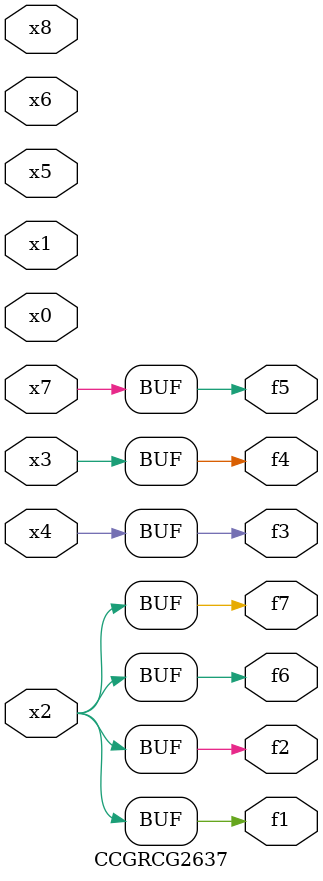
<source format=v>
module CCGRCG2637(
	input x0, x1, x2, x3, x4, x5, x6, x7, x8,
	output f1, f2, f3, f4, f5, f6, f7
);
	assign f1 = x2;
	assign f2 = x2;
	assign f3 = x4;
	assign f4 = x3;
	assign f5 = x7;
	assign f6 = x2;
	assign f7 = x2;
endmodule

</source>
